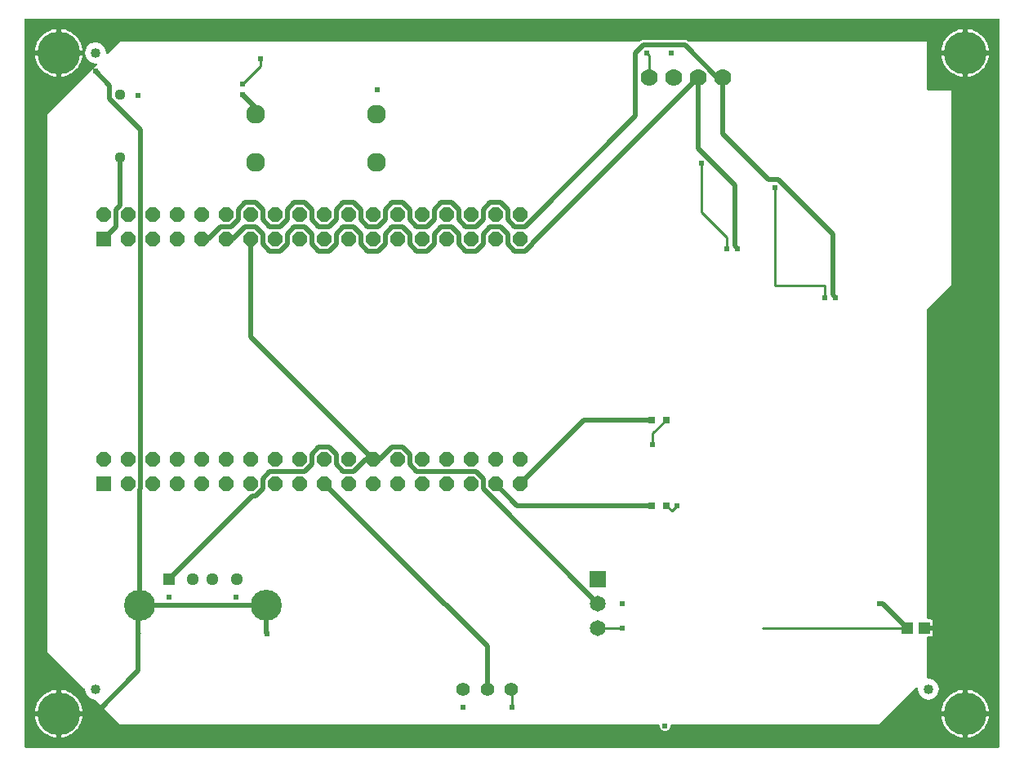
<source format=gbr>
G04 EAGLE Gerber RS-274X export*
G75*
%MOMM*%
%FSLAX34Y34*%
%LPD*%
%INTop Copper*%
%IPPOS*%
%AMOC8*
5,1,8,0,0,1.08239X$1,22.5*%
G01*
%ADD10R,1.524000X1.524000*%
%ADD11P,1.649562X8X22.500000*%
%ADD12R,1.288000X1.288000*%
%ADD13C,1.288000*%
%ADD14C,3.220000*%
%ADD15R,1.651000X1.651000*%
%ADD16C,1.651000*%
%ADD17C,1.120000*%
%ADD18R,0.800000X0.800000*%
%ADD19C,1.400000*%
%ADD20C,1.960000*%
%ADD21R,0.508000X0.609600*%
%ADD22C,1.778000*%
%ADD23R,0.609600X0.508000*%
%ADD24C,4.445000*%
%ADD25C,1.016000*%
%ADD26R,1.143000X1.270000*%
%ADD27C,0.254000*%
%ADD28C,0.609600*%
%ADD29C,0.508000*%

G36*
X2556Y3692D02*
X2556Y3692D01*
X2563Y3573D01*
X2576Y3535D01*
X2581Y3494D01*
X2624Y3384D01*
X2661Y3271D01*
X2683Y3236D01*
X2698Y3199D01*
X2767Y3103D01*
X2831Y3002D01*
X2861Y2974D01*
X2884Y2941D01*
X2976Y2865D01*
X3063Y2784D01*
X3098Y2764D01*
X3129Y2739D01*
X3237Y2688D01*
X3341Y2630D01*
X3381Y2620D01*
X3417Y2603D01*
X3534Y2581D01*
X3649Y2551D01*
X3709Y2547D01*
X3729Y2543D01*
X3750Y2545D01*
X3810Y2541D01*
X1011991Y2541D01*
X1012109Y2556D01*
X1012228Y2563D01*
X1012266Y2575D01*
X1012307Y2581D01*
X1012417Y2624D01*
X1012530Y2661D01*
X1012565Y2683D01*
X1012602Y2698D01*
X1012698Y2767D01*
X1012799Y2831D01*
X1012827Y2861D01*
X1012860Y2884D01*
X1012935Y2976D01*
X1013017Y3063D01*
X1013036Y3098D01*
X1013062Y3129D01*
X1013113Y3237D01*
X1013170Y3341D01*
X1013181Y3380D01*
X1013198Y3417D01*
X1013220Y3534D01*
X1013250Y3649D01*
X1013254Y3709D01*
X1013258Y3729D01*
X1013256Y3750D01*
X1013260Y3810D01*
X1013366Y406400D01*
X1013458Y758190D01*
X1013443Y758308D01*
X1013436Y758427D01*
X1013424Y758465D01*
X1013419Y758505D01*
X1013375Y758616D01*
X1013338Y758729D01*
X1013316Y758764D01*
X1013302Y758801D01*
X1013232Y758897D01*
X1013168Y758998D01*
X1013138Y759026D01*
X1013115Y759058D01*
X1013023Y759134D01*
X1012936Y759216D01*
X1012901Y759236D01*
X1012870Y759261D01*
X1012762Y759312D01*
X1012658Y759370D01*
X1012619Y759380D01*
X1012582Y759397D01*
X1012465Y759419D01*
X1012350Y759449D01*
X1012290Y759453D01*
X1012270Y759457D01*
X1012249Y759455D01*
X1012189Y759459D01*
X3810Y759459D01*
X3692Y759444D01*
X3573Y759437D01*
X3535Y759424D01*
X3494Y759419D01*
X3384Y759376D01*
X3271Y759339D01*
X3236Y759317D01*
X3199Y759302D01*
X3103Y759233D01*
X3002Y759169D01*
X2974Y759139D01*
X2941Y759116D01*
X2865Y759024D01*
X2784Y758937D01*
X2764Y758902D01*
X2739Y758871D01*
X2688Y758763D01*
X2630Y758659D01*
X2620Y758619D01*
X2603Y758583D01*
X2581Y758466D01*
X2551Y758351D01*
X2547Y758291D01*
X2543Y758271D01*
X2545Y758250D01*
X2541Y758190D01*
X2541Y3810D01*
X2556Y3692D01*
G37*
%LPC*%
G36*
X77538Y710743D02*
X77538Y710743D01*
X77628Y710859D01*
X77719Y710971D01*
X77724Y710983D01*
X77733Y710994D01*
X77791Y711128D01*
X77851Y711260D01*
X77854Y711274D01*
X77859Y711286D01*
X77882Y711430D01*
X77908Y711573D01*
X77907Y711587D01*
X77909Y711600D01*
X77895Y711746D01*
X77885Y711890D01*
X77880Y711903D01*
X77879Y711917D01*
X77830Y712054D01*
X77783Y712192D01*
X77776Y712203D01*
X77772Y712216D01*
X77690Y712337D01*
X77610Y712459D01*
X77601Y712468D01*
X77593Y712479D01*
X77484Y712576D01*
X77377Y712674D01*
X77365Y712681D01*
X77355Y712690D01*
X77224Y712756D01*
X77096Y712825D01*
X77083Y712828D01*
X77071Y712834D01*
X76929Y712866D01*
X76788Y712901D01*
X76774Y712901D01*
X76761Y712904D01*
X76616Y712899D01*
X76470Y712898D01*
X76452Y712894D01*
X76443Y712894D01*
X76427Y712889D01*
X76312Y712866D01*
X76200Y712836D01*
X70668Y714319D01*
X66619Y718368D01*
X65136Y723900D01*
X66619Y729432D01*
X70668Y733481D01*
X76200Y734964D01*
X81732Y733481D01*
X85781Y729432D01*
X87264Y723900D01*
X87234Y723788D01*
X87214Y723644D01*
X87191Y723500D01*
X87192Y723486D01*
X87190Y723473D01*
X87207Y723329D01*
X87221Y723183D01*
X87225Y723171D01*
X87227Y723157D01*
X87279Y723022D01*
X87328Y722884D01*
X87336Y722873D01*
X87341Y722860D01*
X87425Y722742D01*
X87507Y722621D01*
X87517Y722612D01*
X87525Y722601D01*
X87636Y722507D01*
X87745Y722410D01*
X87758Y722404D01*
X87768Y722396D01*
X87899Y722332D01*
X88029Y722266D01*
X88042Y722263D01*
X88054Y722257D01*
X88197Y722228D01*
X88339Y722196D01*
X88352Y722197D01*
X88366Y722194D01*
X88511Y722201D01*
X88657Y722206D01*
X88670Y722210D01*
X88683Y722210D01*
X88822Y722254D01*
X88962Y722294D01*
X88974Y722301D01*
X88987Y722305D01*
X89111Y722382D01*
X89236Y722456D01*
X89250Y722468D01*
X89257Y722472D01*
X89269Y722485D01*
X89357Y722562D01*
X102126Y735331D01*
X639925Y735331D01*
X640023Y735343D01*
X640122Y735346D01*
X640180Y735363D01*
X640241Y735371D01*
X640333Y735407D01*
X640428Y735435D01*
X640480Y735465D01*
X640536Y735488D01*
X640616Y735546D01*
X640702Y735596D01*
X640777Y735662D01*
X640794Y735674D01*
X640801Y735684D01*
X640823Y735703D01*
X641455Y736335D01*
X643323Y737109D01*
X688279Y737109D01*
X690147Y736335D01*
X690779Y735703D01*
X690858Y735642D01*
X690930Y735574D01*
X690983Y735545D01*
X691031Y735508D01*
X691122Y735468D01*
X691208Y735420D01*
X691267Y735405D01*
X691322Y735381D01*
X691420Y735366D01*
X691516Y735341D01*
X691616Y735335D01*
X691637Y735331D01*
X691649Y735333D01*
X691677Y735331D01*
X938531Y735331D01*
X938531Y685800D01*
X938546Y685682D01*
X938553Y685563D01*
X938566Y685525D01*
X938571Y685484D01*
X938614Y685374D01*
X938651Y685261D01*
X938673Y685226D01*
X938688Y685189D01*
X938758Y685093D01*
X938821Y684992D01*
X938851Y684964D01*
X938874Y684931D01*
X938966Y684856D01*
X939053Y684774D01*
X939088Y684754D01*
X939119Y684729D01*
X939227Y684678D01*
X939331Y684620D01*
X939371Y684610D01*
X939407Y684593D01*
X939524Y684571D01*
X939639Y684541D01*
X939700Y684537D01*
X939720Y684533D01*
X939740Y684535D01*
X939800Y684531D01*
X963931Y684531D01*
X963931Y483126D01*
X938903Y458098D01*
X938842Y458019D01*
X938774Y457947D01*
X938745Y457894D01*
X938708Y457846D01*
X938668Y457755D01*
X938620Y457669D01*
X938605Y457610D01*
X938581Y457554D01*
X938566Y457456D01*
X938541Y457361D01*
X938535Y457261D01*
X938531Y457240D01*
X938533Y457228D01*
X938531Y457200D01*
X938531Y137160D01*
X938546Y137042D01*
X938553Y136923D01*
X938566Y136885D01*
X938571Y136844D01*
X938614Y136734D01*
X938651Y136621D01*
X938673Y136586D01*
X938688Y136549D01*
X938758Y136453D01*
X938821Y136352D01*
X938851Y136324D01*
X938874Y136291D01*
X938966Y136215D01*
X939053Y136134D01*
X939088Y136114D01*
X939119Y136089D01*
X939227Y136038D01*
X939331Y135980D01*
X939371Y135970D01*
X939407Y135953D01*
X939524Y135931D01*
X939639Y135901D01*
X939700Y135897D01*
X939720Y135893D01*
X939740Y135895D01*
X939800Y135891D01*
X942039Y135891D01*
X942686Y135718D01*
X943265Y135383D01*
X943738Y134910D01*
X944073Y134331D01*
X944246Y133684D01*
X944246Y129539D01*
X939800Y129539D01*
X939682Y129524D01*
X939563Y129517D01*
X939525Y129504D01*
X939484Y129499D01*
X939374Y129455D01*
X939261Y129419D01*
X939226Y129397D01*
X939189Y129382D01*
X939093Y129312D01*
X938992Y129249D01*
X938964Y129219D01*
X938931Y129195D01*
X938856Y129104D01*
X938774Y129017D01*
X938754Y128982D01*
X938729Y128950D01*
X938678Y128843D01*
X938620Y128739D01*
X938610Y128699D01*
X938593Y128663D01*
X938571Y128546D01*
X938541Y128431D01*
X938537Y128370D01*
X938533Y128350D01*
X938535Y128330D01*
X938531Y128270D01*
X938531Y125730D01*
X938546Y125612D01*
X938553Y125493D01*
X938566Y125455D01*
X938571Y125415D01*
X938614Y125304D01*
X938651Y125191D01*
X938673Y125156D01*
X938688Y125119D01*
X938758Y125023D01*
X938821Y124922D01*
X938851Y124894D01*
X938874Y124861D01*
X938966Y124786D01*
X939053Y124704D01*
X939088Y124684D01*
X939119Y124659D01*
X939227Y124608D01*
X939331Y124550D01*
X939371Y124540D01*
X939407Y124523D01*
X939524Y124501D01*
X939639Y124471D01*
X939700Y124467D01*
X939720Y124463D01*
X939740Y124465D01*
X939800Y124461D01*
X944246Y124461D01*
X944246Y120316D01*
X944073Y119669D01*
X943738Y119090D01*
X943265Y118617D01*
X942686Y118282D01*
X942039Y118109D01*
X939800Y118109D01*
X939682Y118094D01*
X939563Y118087D01*
X939525Y118074D01*
X939484Y118069D01*
X939374Y118026D01*
X939261Y117989D01*
X939226Y117967D01*
X939189Y117952D01*
X939093Y117883D01*
X938992Y117819D01*
X938964Y117789D01*
X938931Y117766D01*
X938856Y117674D01*
X938774Y117587D01*
X938754Y117552D01*
X938729Y117521D01*
X938678Y117413D01*
X938620Y117309D01*
X938610Y117269D01*
X938593Y117233D01*
X938571Y117116D01*
X938541Y117001D01*
X938537Y116941D01*
X938533Y116921D01*
X938535Y116900D01*
X938531Y116840D01*
X938531Y76726D01*
X938462Y76657D01*
X938372Y76541D01*
X938281Y76429D01*
X938276Y76417D01*
X938267Y76406D01*
X938209Y76272D01*
X938149Y76140D01*
X938146Y76126D01*
X938141Y76114D01*
X938118Y75970D01*
X938092Y75827D01*
X938093Y75813D01*
X938091Y75800D01*
X938105Y75654D01*
X938115Y75510D01*
X938120Y75497D01*
X938121Y75483D01*
X938170Y75346D01*
X938217Y75208D01*
X938224Y75197D01*
X938228Y75184D01*
X938310Y75063D01*
X938390Y74941D01*
X938399Y74932D01*
X938407Y74921D01*
X938516Y74824D01*
X938623Y74726D01*
X938635Y74719D01*
X938645Y74710D01*
X938776Y74644D01*
X938904Y74575D01*
X938917Y74572D01*
X938929Y74566D01*
X939071Y74534D01*
X939212Y74499D01*
X939226Y74499D01*
X939239Y74496D01*
X939384Y74501D01*
X939530Y74502D01*
X939548Y74506D01*
X939557Y74506D01*
X939573Y74511D01*
X939688Y74534D01*
X939800Y74564D01*
X945332Y73081D01*
X949381Y69032D01*
X950864Y63500D01*
X949381Y57968D01*
X945332Y53919D01*
X939800Y52436D01*
X934268Y53919D01*
X930219Y57968D01*
X928736Y63500D01*
X928766Y63612D01*
X928786Y63756D01*
X928809Y63900D01*
X928808Y63914D01*
X928810Y63927D01*
X928793Y64071D01*
X928779Y64217D01*
X928775Y64229D01*
X928773Y64243D01*
X928721Y64378D01*
X928672Y64516D01*
X928664Y64527D01*
X928659Y64540D01*
X928575Y64658D01*
X928493Y64779D01*
X928483Y64788D01*
X928475Y64799D01*
X928364Y64893D01*
X928255Y64990D01*
X928242Y64996D01*
X928232Y65004D01*
X928101Y65068D01*
X927971Y65134D01*
X927958Y65137D01*
X927946Y65143D01*
X927803Y65172D01*
X927661Y65204D01*
X927648Y65203D01*
X927634Y65206D01*
X927489Y65199D01*
X927343Y65194D01*
X927330Y65190D01*
X927317Y65190D01*
X927178Y65146D01*
X927038Y65106D01*
X927026Y65099D01*
X927013Y65095D01*
X926889Y65018D01*
X926764Y64944D01*
X926750Y64932D01*
X926743Y64928D01*
X926731Y64915D01*
X926643Y64838D01*
X888474Y26669D01*
X673608Y26669D01*
X673490Y26654D01*
X673371Y26647D01*
X673333Y26634D01*
X673292Y26629D01*
X673182Y26586D01*
X673069Y26549D01*
X673034Y26527D01*
X672997Y26512D01*
X672901Y26443D01*
X672800Y26379D01*
X672772Y26349D01*
X672739Y26326D01*
X672663Y26234D01*
X672582Y26147D01*
X672562Y26112D01*
X672537Y26081D01*
X672486Y25973D01*
X672428Y25869D01*
X672418Y25829D01*
X672401Y25793D01*
X672379Y25676D01*
X672349Y25561D01*
X672345Y25501D01*
X672341Y25481D01*
X672342Y25471D01*
X672341Y25468D01*
X672342Y25454D01*
X672339Y25400D01*
X672339Y24288D01*
X671488Y22234D01*
X669916Y20662D01*
X667862Y19811D01*
X665638Y19811D01*
X663584Y20662D01*
X662012Y22234D01*
X661161Y24288D01*
X661161Y25400D01*
X661146Y25518D01*
X661139Y25637D01*
X661126Y25675D01*
X661121Y25716D01*
X661078Y25826D01*
X661041Y25939D01*
X661019Y25974D01*
X661004Y26011D01*
X660935Y26107D01*
X660871Y26208D01*
X660841Y26236D01*
X660818Y26269D01*
X660726Y26345D01*
X660639Y26426D01*
X660604Y26446D01*
X660573Y26471D01*
X660465Y26522D01*
X660361Y26580D01*
X660321Y26590D01*
X660285Y26607D01*
X660168Y26629D01*
X660053Y26659D01*
X659993Y26663D01*
X659973Y26667D01*
X659952Y26665D01*
X659892Y26669D01*
X102126Y26669D01*
X76657Y52138D01*
X76584Y52195D01*
X76518Y52258D01*
X76459Y52291D01*
X76406Y52333D01*
X76321Y52369D01*
X76241Y52415D01*
X76130Y52452D01*
X76114Y52459D01*
X76106Y52460D01*
X76088Y52466D01*
X70668Y53919D01*
X66619Y57968D01*
X65166Y63388D01*
X65131Y63474D01*
X65106Y63562D01*
X65072Y63620D01*
X65046Y63683D01*
X64991Y63757D01*
X64944Y63836D01*
X64867Y63924D01*
X64857Y63938D01*
X64850Y63943D01*
X64838Y63957D01*
X26669Y102126D01*
X26669Y659874D01*
X77538Y710743D01*
G37*
%LPD*%
%LPC*%
G36*
X980439Y40639D02*
X980439Y40639D01*
X980439Y62736D01*
X982055Y62554D01*
X984767Y61935D01*
X987392Y61017D01*
X989899Y59810D01*
X992254Y58330D01*
X994429Y56595D01*
X996395Y54629D01*
X998130Y52454D01*
X999610Y50099D01*
X1000817Y47592D01*
X1001735Y44967D01*
X1002354Y42255D01*
X1002536Y40639D01*
X980439Y40639D01*
G37*
%LPD*%
%LPC*%
G36*
X40639Y726439D02*
X40639Y726439D01*
X40639Y748536D01*
X42255Y748354D01*
X44967Y747735D01*
X47592Y746817D01*
X50099Y745610D01*
X52454Y744130D01*
X54629Y742395D01*
X56595Y740429D01*
X58330Y738254D01*
X59810Y735899D01*
X61017Y733392D01*
X61935Y730767D01*
X62554Y728055D01*
X62736Y726439D01*
X40639Y726439D01*
G37*
%LPD*%
%LPC*%
G36*
X40639Y40639D02*
X40639Y40639D01*
X40639Y62736D01*
X42255Y62554D01*
X44967Y61935D01*
X47592Y61017D01*
X50099Y59810D01*
X52454Y58330D01*
X54629Y56595D01*
X56595Y54629D01*
X58330Y52454D01*
X59810Y50099D01*
X61017Y47592D01*
X61935Y44967D01*
X62554Y42255D01*
X62736Y40639D01*
X40639Y40639D01*
G37*
%LPD*%
%LPC*%
G36*
X980439Y726439D02*
X980439Y726439D01*
X980439Y748536D01*
X982055Y748354D01*
X984767Y747735D01*
X987392Y746817D01*
X989899Y745610D01*
X992254Y744130D01*
X994429Y742395D01*
X996395Y740429D01*
X998130Y738254D01*
X999610Y735899D01*
X1000817Y733392D01*
X1001735Y730767D01*
X1002354Y728055D01*
X1002536Y726439D01*
X980439Y726439D01*
G37*
%LPD*%
%LPC*%
G36*
X40639Y721361D02*
X40639Y721361D01*
X62736Y721361D01*
X62554Y719745D01*
X61935Y717033D01*
X61017Y714408D01*
X59810Y711901D01*
X58330Y709546D01*
X56595Y707371D01*
X54629Y705405D01*
X52454Y703670D01*
X50099Y702190D01*
X47592Y700983D01*
X44967Y700065D01*
X42255Y699446D01*
X40639Y699264D01*
X40639Y721361D01*
G37*
%LPD*%
%LPC*%
G36*
X953264Y40639D02*
X953264Y40639D01*
X953446Y42255D01*
X954065Y44967D01*
X954983Y47592D01*
X956190Y50099D01*
X957670Y52454D01*
X959405Y54629D01*
X961371Y56595D01*
X963546Y58330D01*
X965901Y59810D01*
X968408Y61017D01*
X971033Y61935D01*
X973745Y62554D01*
X975361Y62736D01*
X975361Y40639D01*
X953264Y40639D01*
G37*
%LPD*%
%LPC*%
G36*
X40639Y35561D02*
X40639Y35561D01*
X62736Y35561D01*
X62554Y33945D01*
X61935Y31233D01*
X61017Y28608D01*
X59810Y26101D01*
X58330Y23746D01*
X56595Y21571D01*
X54629Y19605D01*
X52454Y17870D01*
X50099Y16390D01*
X47592Y15183D01*
X44967Y14265D01*
X42255Y13646D01*
X40639Y13464D01*
X40639Y35561D01*
G37*
%LPD*%
%LPC*%
G36*
X980439Y721361D02*
X980439Y721361D01*
X1002536Y721361D01*
X1002354Y719745D01*
X1001735Y717033D01*
X1000817Y714408D01*
X999610Y711901D01*
X998130Y709546D01*
X996395Y707371D01*
X994429Y705405D01*
X992254Y703670D01*
X989899Y702190D01*
X987392Y700983D01*
X984767Y700065D01*
X982055Y699446D01*
X980439Y699264D01*
X980439Y721361D01*
G37*
%LPD*%
%LPC*%
G36*
X980439Y35561D02*
X980439Y35561D01*
X1002536Y35561D01*
X1002354Y33945D01*
X1001735Y31233D01*
X1000817Y28608D01*
X999610Y26101D01*
X998130Y23746D01*
X996395Y21571D01*
X994429Y19605D01*
X992254Y17870D01*
X989899Y16390D01*
X987392Y15183D01*
X984767Y14265D01*
X982055Y13646D01*
X980439Y13464D01*
X980439Y35561D01*
G37*
%LPD*%
%LPC*%
G36*
X13464Y726439D02*
X13464Y726439D01*
X13646Y728055D01*
X14265Y730767D01*
X15183Y733392D01*
X16390Y735899D01*
X17870Y738254D01*
X19605Y740429D01*
X21571Y742395D01*
X23746Y744130D01*
X26101Y745610D01*
X28608Y746817D01*
X31233Y747735D01*
X33945Y748354D01*
X35561Y748536D01*
X35561Y726439D01*
X13464Y726439D01*
G37*
%LPD*%
%LPC*%
G36*
X13464Y40639D02*
X13464Y40639D01*
X13646Y42255D01*
X14265Y44967D01*
X15183Y47592D01*
X16390Y50099D01*
X17870Y52454D01*
X19605Y54629D01*
X21571Y56595D01*
X23746Y58330D01*
X26101Y59810D01*
X28608Y61017D01*
X31233Y61935D01*
X33945Y62554D01*
X35561Y62736D01*
X35561Y40639D01*
X13464Y40639D01*
G37*
%LPD*%
%LPC*%
G36*
X953264Y726439D02*
X953264Y726439D01*
X953446Y728055D01*
X954065Y730767D01*
X954983Y733392D01*
X956190Y735899D01*
X957670Y738254D01*
X959405Y740429D01*
X961371Y742395D01*
X963546Y744130D01*
X965901Y745610D01*
X968408Y746817D01*
X971033Y747735D01*
X973745Y748354D01*
X975361Y748536D01*
X975361Y726439D01*
X953264Y726439D01*
G37*
%LPD*%
%LPC*%
G36*
X33945Y13646D02*
X33945Y13646D01*
X31233Y14265D01*
X28608Y15183D01*
X26101Y16390D01*
X23746Y17870D01*
X21571Y19605D01*
X19605Y21571D01*
X17870Y23746D01*
X16390Y26101D01*
X15183Y28608D01*
X14265Y31233D01*
X13646Y33945D01*
X13464Y35561D01*
X35561Y35561D01*
X35561Y13464D01*
X33945Y13646D01*
G37*
%LPD*%
%LPC*%
G36*
X973745Y699446D02*
X973745Y699446D01*
X971033Y700065D01*
X968408Y700983D01*
X965901Y702190D01*
X963546Y703670D01*
X961371Y705405D01*
X959405Y707371D01*
X957670Y709546D01*
X956190Y711901D01*
X954983Y714408D01*
X954065Y717033D01*
X953446Y719745D01*
X953264Y721361D01*
X975361Y721361D01*
X975361Y699264D01*
X973745Y699446D01*
G37*
%LPD*%
%LPC*%
G36*
X33945Y699446D02*
X33945Y699446D01*
X31233Y700065D01*
X28608Y700983D01*
X26101Y702190D01*
X23746Y703670D01*
X21571Y705405D01*
X19605Y707371D01*
X17870Y709546D01*
X16390Y711901D01*
X15183Y714408D01*
X14265Y717033D01*
X13646Y719745D01*
X13464Y721361D01*
X35561Y721361D01*
X35561Y699264D01*
X33945Y699446D01*
G37*
%LPD*%
%LPC*%
G36*
X973745Y13646D02*
X973745Y13646D01*
X971033Y14265D01*
X968408Y15183D01*
X965901Y16390D01*
X963546Y17870D01*
X961371Y19605D01*
X959405Y21571D01*
X957670Y23746D01*
X956190Y26101D01*
X954983Y28608D01*
X954065Y31233D01*
X953446Y33945D01*
X953264Y35561D01*
X975361Y35561D01*
X975361Y13464D01*
X973745Y13646D01*
G37*
%LPD*%
%LPC*%
G36*
X977899Y723899D02*
X977899Y723899D01*
X977899Y723901D01*
X977901Y723901D01*
X977901Y723899D01*
X977899Y723899D01*
G37*
%LPD*%
%LPC*%
G36*
X38099Y38099D02*
X38099Y38099D01*
X38099Y38101D01*
X38101Y38101D01*
X38101Y38099D01*
X38099Y38099D01*
G37*
%LPD*%
%LPC*%
G36*
X977899Y38099D02*
X977899Y38099D01*
X977899Y38101D01*
X977901Y38101D01*
X977901Y38099D01*
X977899Y38099D01*
G37*
%LPD*%
%LPC*%
G36*
X38099Y723899D02*
X38099Y723899D01*
X38099Y723901D01*
X38101Y723901D01*
X38101Y723899D01*
X38099Y723899D01*
G37*
%LPD*%
D10*
X84500Y276600D03*
D11*
X84500Y302000D03*
X109900Y276600D03*
X109900Y302000D03*
X135300Y276600D03*
X135300Y302000D03*
X160700Y276600D03*
X160700Y302000D03*
X186100Y276600D03*
X186100Y302000D03*
X211500Y276600D03*
X211500Y302000D03*
X236900Y276600D03*
X236900Y302000D03*
X262300Y276600D03*
X262300Y302000D03*
X287700Y276600D03*
X287700Y302000D03*
X313100Y276600D03*
X313100Y302000D03*
X338500Y276600D03*
X338500Y302000D03*
X363900Y276600D03*
X363900Y302000D03*
X389300Y276600D03*
X389300Y302000D03*
X414700Y276600D03*
X414700Y302000D03*
X440100Y276600D03*
X440100Y302000D03*
X465500Y276600D03*
X465500Y302000D03*
X490900Y276600D03*
X490900Y302000D03*
X516300Y276600D03*
X516300Y302000D03*
D10*
X84500Y530600D03*
D11*
X84500Y556000D03*
X109900Y530600D03*
X109900Y556000D03*
X135300Y530600D03*
X135300Y556000D03*
X160700Y530600D03*
X160700Y556000D03*
X186100Y530600D03*
X186100Y556000D03*
X211500Y530600D03*
X211500Y556000D03*
X236900Y530600D03*
X236900Y556000D03*
X262300Y530600D03*
X262300Y556000D03*
X287700Y530600D03*
X287700Y556000D03*
X313100Y530600D03*
X313100Y556000D03*
X338500Y530600D03*
X338500Y556000D03*
X363900Y530600D03*
X363900Y556000D03*
X389300Y530600D03*
X389300Y556000D03*
X414700Y530600D03*
X414700Y556000D03*
X440100Y530600D03*
X440100Y556000D03*
X465500Y530600D03*
X465500Y556000D03*
X490900Y530600D03*
X490900Y556000D03*
X516300Y530600D03*
X516300Y556000D03*
D12*
X152400Y177800D03*
D13*
X177400Y177800D03*
X197400Y177800D03*
X222400Y177800D03*
D14*
X121700Y150700D03*
X253100Y150700D03*
D15*
X596900Y177800D03*
D16*
X596900Y152400D03*
X596900Y127000D03*
D17*
X101600Y680200D03*
X101600Y615200D03*
D18*
X652900Y342900D03*
X667900Y342900D03*
X652900Y254000D03*
X667900Y254000D03*
D19*
X457600Y63500D03*
X482600Y63500D03*
X507600Y63500D03*
D20*
X367300Y660000D03*
X367300Y610000D03*
X242300Y610000D03*
X242300Y660000D03*
D21*
X228600Y680212D03*
X228600Y691388D03*
D22*
X726440Y698500D03*
X701040Y698500D03*
X675640Y698500D03*
X650240Y698500D03*
D23*
X731012Y520700D03*
X742188Y520700D03*
X832612Y469900D03*
X843788Y469900D03*
D24*
X38100Y38100D03*
X38100Y723900D03*
X977900Y723900D03*
X977900Y38100D03*
D25*
X76200Y63500D03*
X76200Y723900D03*
X939800Y63500D03*
D26*
X918210Y127000D03*
X935990Y127000D03*
D27*
X622300Y127000D02*
X596900Y127000D01*
D28*
X622300Y127000D03*
X222250Y158750D03*
D27*
X768350Y127000D02*
X918210Y127000D01*
D28*
X666750Y25400D03*
X673100Y723900D03*
X368300Y685800D03*
X120650Y679450D03*
D27*
X654050Y329050D02*
X667900Y342900D01*
X654050Y329050D02*
X654050Y317500D01*
D28*
X654050Y317500D03*
D27*
X667900Y254000D02*
X673675Y248225D01*
X679450Y254000D01*
D28*
X679450Y254000D03*
D29*
X892810Y152400D02*
X918210Y127000D01*
X892810Y152400D02*
X889000Y152400D01*
D28*
X889000Y152400D03*
X622300Y152400D03*
X152400Y158750D03*
D29*
X363900Y302000D02*
X236900Y429000D01*
X236900Y530600D01*
X384039Y314700D02*
X394561Y314700D01*
X402000Y307261D01*
X402000Y296739D02*
X409439Y289300D01*
X470761Y289300D02*
X478200Y281861D01*
X402000Y296739D02*
X402000Y307261D01*
X371339Y302000D02*
X363900Y302000D01*
X478200Y271100D02*
X596900Y152400D01*
X384039Y314700D02*
X371339Y302000D01*
X409439Y289300D02*
X470761Y289300D01*
X478200Y281861D02*
X478200Y271100D01*
X343761Y289300D02*
X333239Y289300D01*
X325800Y296739D01*
X325800Y307261D02*
X318361Y314700D01*
X307839Y314700D01*
X300400Y307261D01*
X300400Y296739D02*
X292961Y289300D01*
X257039Y289300D02*
X249600Y281861D01*
X249600Y271339D02*
X242161Y263900D01*
X238500Y263900D01*
X152400Y177800D01*
X325800Y296739D02*
X325800Y307261D01*
X300400Y307261D02*
X300400Y296739D01*
X249600Y281861D02*
X249600Y271339D01*
X356461Y302000D02*
X363900Y302000D01*
X356461Y302000D02*
X343761Y289300D01*
X292961Y289300D02*
X257039Y289300D01*
D27*
X121700Y121700D02*
X120650Y120650D01*
D28*
X120650Y120650D03*
X254000Y120650D03*
X76200Y38100D03*
D27*
X935990Y127000D02*
X939800Y123190D01*
D28*
X971550Y685800D03*
X76200Y704850D03*
D29*
X120650Y120650D02*
X120650Y82550D01*
X76200Y38100D01*
X120650Y120650D02*
X120650Y149650D01*
X121700Y150700D01*
X148955Y150700D01*
X149033Y150622D01*
X121700Y150700D02*
X121700Y270439D01*
X122600Y271339D01*
X90920Y690130D02*
X76200Y704850D01*
X90920Y690130D02*
X90920Y675776D01*
X122600Y644096D02*
X122600Y271339D01*
X122600Y644096D02*
X90920Y675776D01*
X149033Y150622D02*
X253022Y150622D01*
X253100Y150700D01*
X253100Y121550D01*
X254000Y120650D01*
X101600Y565661D02*
X101600Y615200D01*
X101600Y565661D02*
X97200Y561261D01*
X97200Y543300D02*
X84500Y530600D01*
X97200Y543300D02*
X97200Y561261D01*
X582600Y342900D02*
X652900Y342900D01*
X582600Y342900D02*
X516300Y276600D01*
X513500Y254000D02*
X652900Y254000D01*
X513500Y254000D02*
X490900Y276600D01*
D27*
X507600Y63500D02*
X508000Y63100D01*
X508000Y44450D01*
D28*
X508000Y44450D03*
D29*
X438620Y151080D02*
X313100Y276600D01*
X438620Y151080D02*
X439882Y151080D01*
X482600Y108362D01*
X482600Y63500D01*
D28*
X457200Y44450D03*
D29*
X242300Y660000D02*
X242300Y666512D01*
X228600Y680212D01*
D27*
X704850Y609600D02*
X704850Y558800D01*
X731012Y532638D01*
X731012Y520700D01*
D28*
X704850Y609600D03*
X781050Y584200D03*
D27*
X781050Y482600D02*
X832612Y482600D01*
X781050Y482600D02*
X781050Y584200D01*
X832612Y482600D02*
X832612Y469900D01*
X650240Y721360D02*
X647700Y723900D01*
X650240Y721360D02*
X650240Y698500D01*
D28*
X647700Y723900D03*
D27*
X247650Y717550D02*
X247650Y710438D01*
X228600Y691388D01*
D28*
X247650Y717550D03*
D29*
X726440Y698500D02*
X726440Y639644D01*
X840740Y472948D02*
X843788Y469900D01*
X840740Y472948D02*
X840740Y536005D01*
X784417Y592328D01*
X773756Y592328D01*
X726440Y639644D01*
X503600Y561261D02*
X496161Y568700D01*
X485639Y568700D01*
X478200Y561261D01*
X452800Y561261D02*
X445361Y568700D01*
X434839Y568700D01*
X427400Y561261D01*
X402000Y561261D02*
X394561Y568700D01*
X384039Y568700D01*
X376600Y561261D01*
X351200Y561261D02*
X343761Y568700D01*
X333239Y568700D01*
X325800Y561261D01*
X300400Y561261D02*
X292961Y568700D01*
X282439Y568700D01*
X275000Y561261D01*
X249600Y561261D02*
X242161Y568700D01*
X231639Y568700D01*
X224200Y561261D01*
X193539Y530600D02*
X186100Y530600D01*
X193539Y530600D02*
X206239Y543300D01*
X503600Y550739D02*
X511039Y543300D01*
X503600Y550739D02*
X503600Y561261D01*
X478200Y561261D02*
X478200Y550739D01*
X470761Y543300D01*
X460239Y543300D01*
X452800Y550739D01*
X452800Y561261D01*
X427400Y561261D02*
X427400Y550739D01*
X419961Y543300D01*
X409439Y543300D01*
X402000Y550739D01*
X402000Y561261D01*
X376600Y561261D02*
X376600Y550739D01*
X369161Y543300D01*
X358639Y543300D01*
X351200Y550739D01*
X351200Y561261D01*
X325800Y561261D02*
X325800Y550739D01*
X318361Y543300D01*
X307839Y543300D01*
X300400Y550739D01*
X300400Y561261D01*
X275000Y561261D02*
X275000Y550739D01*
X267561Y543300D01*
X257039Y543300D01*
X249600Y550739D01*
X249600Y561261D01*
X224200Y561261D02*
X224200Y550739D01*
X216761Y543300D01*
X206239Y543300D01*
X644333Y732028D02*
X687269Y732028D01*
X644333Y732028D02*
X636270Y723965D01*
X521561Y543300D02*
X511039Y543300D01*
X720797Y698500D02*
X726440Y698500D01*
X636270Y658009D02*
X521561Y543300D01*
X687269Y732028D02*
X720797Y698500D01*
X636270Y723965D02*
X636270Y658009D01*
X739140Y523748D02*
X742188Y520700D01*
X701040Y624905D02*
X701040Y698500D01*
X739140Y586805D02*
X739140Y523748D01*
X739140Y586805D02*
X701040Y624905D01*
X529000Y525339D02*
X521561Y517900D01*
X511039Y517900D01*
X503600Y525339D01*
X503600Y535861D02*
X496161Y543300D01*
X485639Y543300D01*
X478200Y535861D01*
X478200Y525339D02*
X470761Y517900D01*
X460239Y517900D01*
X452800Y525339D01*
X452800Y535861D02*
X445361Y543300D01*
X434839Y543300D01*
X427400Y535861D01*
X427400Y525339D02*
X419961Y517900D01*
X409439Y517900D01*
X402000Y525339D01*
X402000Y535861D02*
X394561Y543300D01*
X384039Y543300D01*
X376600Y535861D01*
X376600Y525339D02*
X369161Y517900D01*
X358639Y517900D01*
X351200Y525339D01*
X351200Y535861D02*
X343761Y543300D01*
X333239Y543300D01*
X325800Y535861D01*
X325800Y525339D02*
X318361Y517900D01*
X307839Y517900D01*
X300400Y525339D01*
X300400Y535861D02*
X292961Y543300D01*
X282439Y543300D01*
X275000Y535861D01*
X275000Y525339D02*
X267561Y517900D01*
X257039Y517900D01*
X249600Y525339D01*
X249600Y535861D02*
X242161Y543300D01*
X231639Y543300D01*
X503600Y535861D02*
X503600Y525339D01*
X478200Y525339D02*
X478200Y535861D01*
X452800Y535861D02*
X452800Y525339D01*
X427400Y525339D02*
X427400Y535861D01*
X402000Y535861D02*
X402000Y525339D01*
X376600Y525339D02*
X376600Y535861D01*
X351200Y535861D02*
X351200Y525339D01*
X325800Y525339D02*
X325800Y535861D01*
X300400Y535861D02*
X300400Y525339D01*
X275000Y525339D02*
X275000Y535861D01*
X249600Y535861D02*
X249600Y525339D01*
X529000Y525339D02*
X529000Y526460D01*
X218939Y530600D02*
X211500Y530600D01*
X529000Y526460D02*
X701040Y698500D01*
X231639Y543300D02*
X218939Y530600D01*
M02*

</source>
